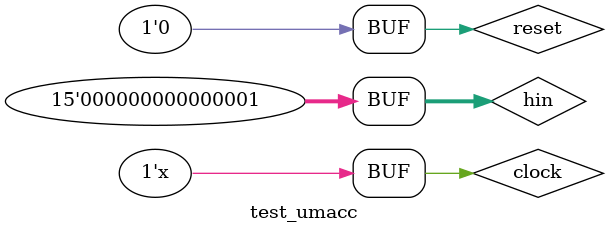
<source format=v>
`timescale 1ns / 1ps


module test_umacc;

	// Inputs
	reg [14:0] hin;
	reg clock;
	reg reset;

	// Outputs
	wire [14:0] hout;

	// Instantiate the Unit Under Test (UUT)
	umacc uut (
		.hin(hin), 
		.hout(hout), 
		.clock(clock), 
		.reset(reset)
	);

	initial begin
		// Initialize Inputs
		hin = 0;
		clock = 0;
		reset = 0;

		// Wait 100 ns for global reset to finish
		#100;
        reset = 1;
		  #20 reset =0 ;
		  
		  #20 hin = 1;
		// Add stimulus here

	end
      
		always begin
		#10 clock = ~clock;
		end
endmodule


</source>
